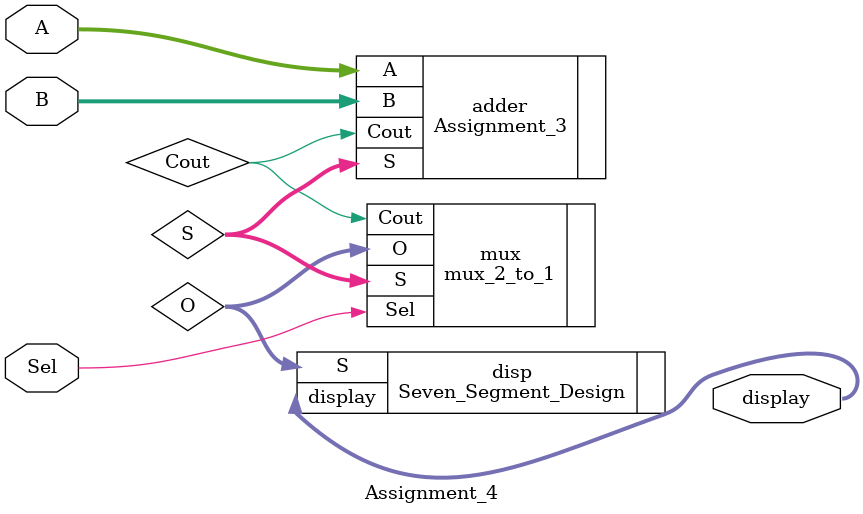
<source format=v>
`timescale 1ns / 1ps


module Assignment_4(A, B, display, Sel);
    input[3:0] A;
    input[3:0] B;
    output[6:0] display;
    input Sel;
    
    wire [3:0] O;
    wire [3:0] S;
    wire Cout;
    
    Assignment_3 adder(.A(A), .B(B), .S(S), .Cout(Cout));
    
    mux_2_to_1 mux(.S(S), .Cout(Cout), .Sel(Sel), .O(O));
     
    Seven_Segment_Design disp(.S(O), .display(display));

endmodule

</source>
